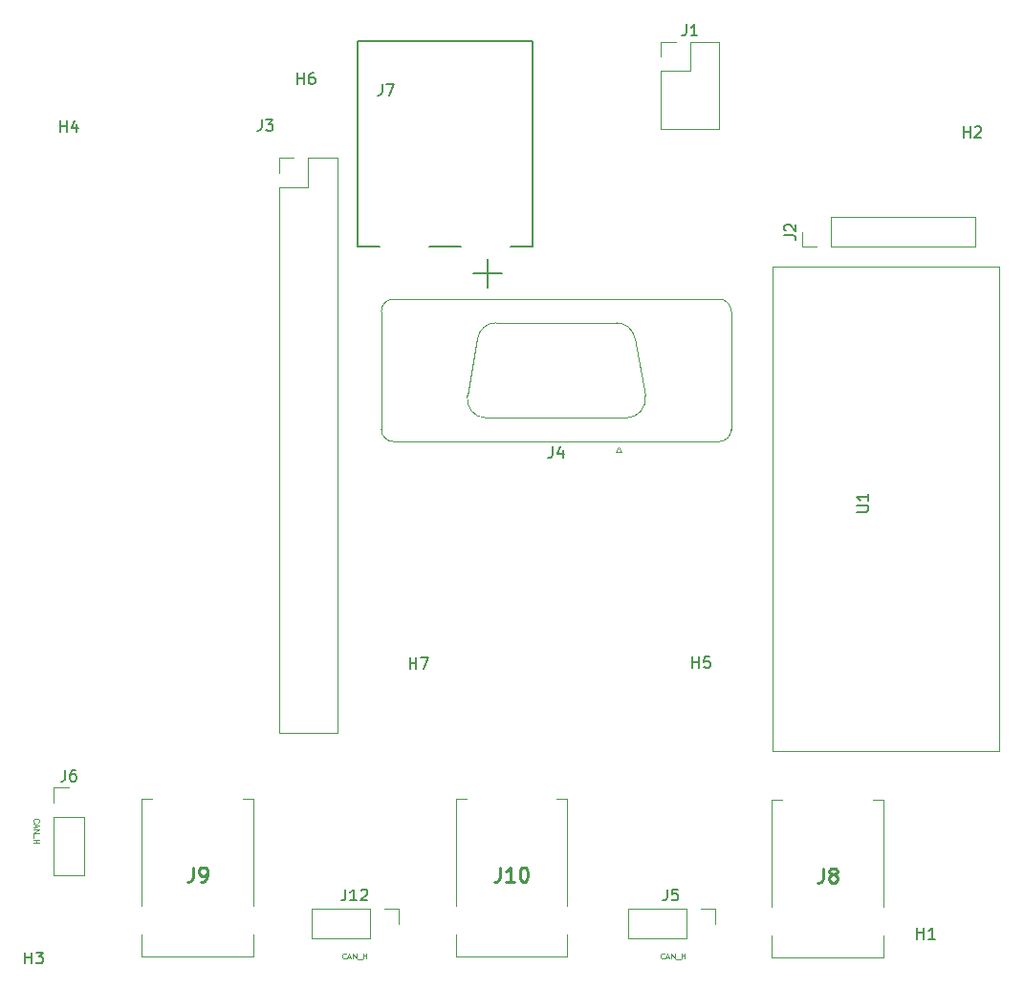
<source format=gbr>
%TF.GenerationSoftware,KiCad,Pcbnew,6.0.8-f2edbf62ab~116~ubuntu22.04.1*%
%TF.CreationDate,2022-11-23T03:00:06-05:00*%
%TF.ProjectId,MJBOTS-CubeSat,4d4a424f-5453-42d4-9375-62655361742e,rev?*%
%TF.SameCoordinates,Original*%
%TF.FileFunction,Legend,Top*%
%TF.FilePolarity,Positive*%
%FSLAX46Y46*%
G04 Gerber Fmt 4.6, Leading zero omitted, Abs format (unit mm)*
G04 Created by KiCad (PCBNEW 6.0.8-f2edbf62ab~116~ubuntu22.04.1) date 2022-11-23 03:00:06*
%MOMM*%
%LPD*%
G01*
G04 APERTURE LIST*
%ADD10C,0.125000*%
%ADD11C,0.150000*%
%ADD12C,0.254000*%
%ADD13C,0.120000*%
%ADD14C,0.100000*%
%ADD15C,0.127000*%
G04 APERTURE END LIST*
D10*
X151726190Y-126678571D02*
X151702380Y-126702380D01*
X151630952Y-126726190D01*
X151583333Y-126726190D01*
X151511904Y-126702380D01*
X151464285Y-126654761D01*
X151440476Y-126607142D01*
X151416666Y-126511904D01*
X151416666Y-126440476D01*
X151440476Y-126345238D01*
X151464285Y-126297619D01*
X151511904Y-126250000D01*
X151583333Y-126226190D01*
X151630952Y-126226190D01*
X151702380Y-126250000D01*
X151726190Y-126273809D01*
X151916666Y-126583333D02*
X152154761Y-126583333D01*
X151869047Y-126726190D02*
X152035714Y-126226190D01*
X152202380Y-126726190D01*
X152369047Y-126726190D02*
X152369047Y-126226190D01*
X152654761Y-126726190D01*
X152654761Y-126226190D01*
X152773809Y-126773809D02*
X153154761Y-126773809D01*
X153273809Y-126726190D02*
X153273809Y-126226190D01*
X153273809Y-126464285D02*
X153559523Y-126464285D01*
X153559523Y-126726190D02*
X153559523Y-126226190D01*
X123526190Y-126678571D02*
X123502380Y-126702380D01*
X123430952Y-126726190D01*
X123383333Y-126726190D01*
X123311904Y-126702380D01*
X123264285Y-126654761D01*
X123240476Y-126607142D01*
X123216666Y-126511904D01*
X123216666Y-126440476D01*
X123240476Y-126345238D01*
X123264285Y-126297619D01*
X123311904Y-126250000D01*
X123383333Y-126226190D01*
X123430952Y-126226190D01*
X123502380Y-126250000D01*
X123526190Y-126273809D01*
X123716666Y-126583333D02*
X123954761Y-126583333D01*
X123669047Y-126726190D02*
X123835714Y-126226190D01*
X124002380Y-126726190D01*
X124169047Y-126726190D02*
X124169047Y-126226190D01*
X124454761Y-126726190D01*
X124454761Y-126226190D01*
X124573809Y-126773809D02*
X124954761Y-126773809D01*
X125073809Y-126726190D02*
X125073809Y-126226190D01*
X125073809Y-126464285D02*
X125359523Y-126464285D01*
X125359523Y-126726190D02*
X125359523Y-126226190D01*
X95921428Y-114626190D02*
X95897619Y-114602380D01*
X95873809Y-114530952D01*
X95873809Y-114483333D01*
X95897619Y-114411904D01*
X95945238Y-114364285D01*
X95992857Y-114340476D01*
X96088095Y-114316666D01*
X96159523Y-114316666D01*
X96254761Y-114340476D01*
X96302380Y-114364285D01*
X96350000Y-114411904D01*
X96373809Y-114483333D01*
X96373809Y-114530952D01*
X96350000Y-114602380D01*
X96326190Y-114626190D01*
X96016666Y-114816666D02*
X96016666Y-115054761D01*
X95873809Y-114769047D02*
X96373809Y-114935714D01*
X95873809Y-115102380D01*
X95873809Y-115269047D02*
X96373809Y-115269047D01*
X95873809Y-115554761D01*
X96373809Y-115554761D01*
X95826190Y-115673809D02*
X95826190Y-116054761D01*
X95873809Y-116173809D02*
X96373809Y-116173809D01*
X96135714Y-116173809D02*
X96135714Y-116459523D01*
X95873809Y-116459523D02*
X96373809Y-116459523D01*
D11*
%TO.C,H7*%
X129188095Y-101052380D02*
X129188095Y-100052380D01*
X129188095Y-100528571D02*
X129759523Y-100528571D01*
X129759523Y-101052380D02*
X129759523Y-100052380D01*
X130140476Y-100052380D02*
X130807142Y-100052380D01*
X130378571Y-101052380D01*
%TO.C,H5*%
X154238095Y-100952380D02*
X154238095Y-99952380D01*
X154238095Y-100428571D02*
X154809523Y-100428571D01*
X154809523Y-100952380D02*
X154809523Y-99952380D01*
X155761904Y-99952380D02*
X155285714Y-99952380D01*
X155238095Y-100428571D01*
X155285714Y-100380952D01*
X155380952Y-100333333D01*
X155619047Y-100333333D01*
X155714285Y-100380952D01*
X155761904Y-100428571D01*
X155809523Y-100523809D01*
X155809523Y-100761904D01*
X155761904Y-100857142D01*
X155714285Y-100904761D01*
X155619047Y-100952380D01*
X155380952Y-100952380D01*
X155285714Y-100904761D01*
X155238095Y-100857142D01*
%TO.C,J4*%
X141826666Y-81342380D02*
X141826666Y-82056666D01*
X141779047Y-82199523D01*
X141683809Y-82294761D01*
X141540952Y-82342380D01*
X141445714Y-82342380D01*
X142731428Y-81675714D02*
X142731428Y-82342380D01*
X142493333Y-81294761D02*
X142255238Y-82009047D01*
X142874285Y-82009047D01*
D12*
%TO.C,J9*%
X109976666Y-118604523D02*
X109976666Y-119511666D01*
X109916190Y-119693095D01*
X109795238Y-119814047D01*
X109613809Y-119874523D01*
X109492857Y-119874523D01*
X110641904Y-119874523D02*
X110883809Y-119874523D01*
X111004761Y-119814047D01*
X111065238Y-119753571D01*
X111186190Y-119572142D01*
X111246666Y-119330238D01*
X111246666Y-118846428D01*
X111186190Y-118725476D01*
X111125714Y-118665000D01*
X111004761Y-118604523D01*
X110762857Y-118604523D01*
X110641904Y-118665000D01*
X110581428Y-118725476D01*
X110520952Y-118846428D01*
X110520952Y-119148809D01*
X110581428Y-119269761D01*
X110641904Y-119330238D01*
X110762857Y-119390714D01*
X111004761Y-119390714D01*
X111125714Y-119330238D01*
X111186190Y-119269761D01*
X111246666Y-119148809D01*
D11*
%TO.C,J1*%
X153661666Y-43922380D02*
X153661666Y-44636666D01*
X153614047Y-44779523D01*
X153518809Y-44874761D01*
X153375952Y-44922380D01*
X153280714Y-44922380D01*
X154661666Y-44922380D02*
X154090238Y-44922380D01*
X154375952Y-44922380D02*
X154375952Y-43922380D01*
X154280714Y-44065238D01*
X154185476Y-44160476D01*
X154090238Y-44208095D01*
%TO.C,J2*%
X162372380Y-62633333D02*
X163086666Y-62633333D01*
X163229523Y-62680952D01*
X163324761Y-62776190D01*
X163372380Y-62919047D01*
X163372380Y-63014285D01*
X162467619Y-62204761D02*
X162420000Y-62157142D01*
X162372380Y-62061904D01*
X162372380Y-61823809D01*
X162420000Y-61728571D01*
X162467619Y-61680952D01*
X162562857Y-61633333D01*
X162658095Y-61633333D01*
X162800952Y-61680952D01*
X163372380Y-62252380D01*
X163372380Y-61633333D01*
%TO.C,J7*%
X126737519Y-49214809D02*
X126737519Y-49929410D01*
X126689879Y-50072330D01*
X126594599Y-50167610D01*
X126451679Y-50215250D01*
X126356399Y-50215250D01*
X127118640Y-49214809D02*
X127785600Y-49214809D01*
X127356840Y-50215250D01*
%TO.C,U1*%
X168802380Y-87111904D02*
X169611904Y-87111904D01*
X169707142Y-87064285D01*
X169754761Y-87016666D01*
X169802380Y-86921428D01*
X169802380Y-86730952D01*
X169754761Y-86635714D01*
X169707142Y-86588095D01*
X169611904Y-86540476D01*
X168802380Y-86540476D01*
X169802380Y-85540476D02*
X169802380Y-86111904D01*
X169802380Y-85826190D02*
X168802380Y-85826190D01*
X168945238Y-85921428D01*
X169040476Y-86016666D01*
X169088095Y-86111904D01*
%TO.C,J6*%
X98666666Y-109997380D02*
X98666666Y-110711666D01*
X98619047Y-110854523D01*
X98523809Y-110949761D01*
X98380952Y-110997380D01*
X98285714Y-110997380D01*
X99571428Y-109997380D02*
X99380952Y-109997380D01*
X99285714Y-110045000D01*
X99238095Y-110092619D01*
X99142857Y-110235476D01*
X99095238Y-110425952D01*
X99095238Y-110806904D01*
X99142857Y-110902142D01*
X99190476Y-110949761D01*
X99285714Y-110997380D01*
X99476190Y-110997380D01*
X99571428Y-110949761D01*
X99619047Y-110902142D01*
X99666666Y-110806904D01*
X99666666Y-110568809D01*
X99619047Y-110473571D01*
X99571428Y-110425952D01*
X99476190Y-110378333D01*
X99285714Y-110378333D01*
X99190476Y-110425952D01*
X99142857Y-110473571D01*
X99095238Y-110568809D01*
%TO.C,J3*%
X116066666Y-52352380D02*
X116066666Y-53066666D01*
X116019047Y-53209523D01*
X115923809Y-53304761D01*
X115780952Y-53352380D01*
X115685714Y-53352380D01*
X116447619Y-52352380D02*
X117066666Y-52352380D01*
X116733333Y-52733333D01*
X116876190Y-52733333D01*
X116971428Y-52780952D01*
X117019047Y-52828571D01*
X117066666Y-52923809D01*
X117066666Y-53161904D01*
X117019047Y-53257142D01*
X116971428Y-53304761D01*
X116876190Y-53352380D01*
X116590476Y-53352380D01*
X116495238Y-53304761D01*
X116447619Y-53257142D01*
%TO.C,H2*%
X178238095Y-53952380D02*
X178238095Y-52952380D01*
X178238095Y-53428571D02*
X178809523Y-53428571D01*
X178809523Y-53952380D02*
X178809523Y-52952380D01*
X179238095Y-53047619D02*
X179285714Y-53000000D01*
X179380952Y-52952380D01*
X179619047Y-52952380D01*
X179714285Y-53000000D01*
X179761904Y-53047619D01*
X179809523Y-53142857D01*
X179809523Y-53238095D01*
X179761904Y-53380952D01*
X179190476Y-53952380D01*
X179809523Y-53952380D01*
%TO.C,H3*%
X95138095Y-127152380D02*
X95138095Y-126152380D01*
X95138095Y-126628571D02*
X95709523Y-126628571D01*
X95709523Y-127152380D02*
X95709523Y-126152380D01*
X96090476Y-126152380D02*
X96709523Y-126152380D01*
X96376190Y-126533333D01*
X96519047Y-126533333D01*
X96614285Y-126580952D01*
X96661904Y-126628571D01*
X96709523Y-126723809D01*
X96709523Y-126961904D01*
X96661904Y-127057142D01*
X96614285Y-127104761D01*
X96519047Y-127152380D01*
X96233333Y-127152380D01*
X96138095Y-127104761D01*
X96090476Y-127057142D01*
%TO.C,J12*%
X123490476Y-120552380D02*
X123490476Y-121266666D01*
X123442857Y-121409523D01*
X123347619Y-121504761D01*
X123204761Y-121552380D01*
X123109523Y-121552380D01*
X124490476Y-121552380D02*
X123919047Y-121552380D01*
X124204761Y-121552380D02*
X124204761Y-120552380D01*
X124109523Y-120695238D01*
X124014285Y-120790476D01*
X123919047Y-120838095D01*
X124871428Y-120647619D02*
X124919047Y-120600000D01*
X125014285Y-120552380D01*
X125252380Y-120552380D01*
X125347619Y-120600000D01*
X125395238Y-120647619D01*
X125442857Y-120742857D01*
X125442857Y-120838095D01*
X125395238Y-120980952D01*
X124823809Y-121552380D01*
X125442857Y-121552380D01*
D12*
%TO.C,J8*%
X165776666Y-118704523D02*
X165776666Y-119611666D01*
X165716190Y-119793095D01*
X165595238Y-119914047D01*
X165413809Y-119974523D01*
X165292857Y-119974523D01*
X166562857Y-119248809D02*
X166441904Y-119188333D01*
X166381428Y-119127857D01*
X166320952Y-119006904D01*
X166320952Y-118946428D01*
X166381428Y-118825476D01*
X166441904Y-118765000D01*
X166562857Y-118704523D01*
X166804761Y-118704523D01*
X166925714Y-118765000D01*
X166986190Y-118825476D01*
X167046666Y-118946428D01*
X167046666Y-119006904D01*
X166986190Y-119127857D01*
X166925714Y-119188333D01*
X166804761Y-119248809D01*
X166562857Y-119248809D01*
X166441904Y-119309285D01*
X166381428Y-119369761D01*
X166320952Y-119490714D01*
X166320952Y-119732619D01*
X166381428Y-119853571D01*
X166441904Y-119914047D01*
X166562857Y-119974523D01*
X166804761Y-119974523D01*
X166925714Y-119914047D01*
X166986190Y-119853571D01*
X167046666Y-119732619D01*
X167046666Y-119490714D01*
X166986190Y-119369761D01*
X166925714Y-119309285D01*
X166804761Y-119248809D01*
D11*
%TO.C,J5*%
X151966666Y-120552380D02*
X151966666Y-121266666D01*
X151919047Y-121409523D01*
X151823809Y-121504761D01*
X151680952Y-121552380D01*
X151585714Y-121552380D01*
X152919047Y-120552380D02*
X152442857Y-120552380D01*
X152395238Y-121028571D01*
X152442857Y-120980952D01*
X152538095Y-120933333D01*
X152776190Y-120933333D01*
X152871428Y-120980952D01*
X152919047Y-121028571D01*
X152966666Y-121123809D01*
X152966666Y-121361904D01*
X152919047Y-121457142D01*
X152871428Y-121504761D01*
X152776190Y-121552380D01*
X152538095Y-121552380D01*
X152442857Y-121504761D01*
X152395238Y-121457142D01*
%TO.C,H1*%
X174138095Y-124952380D02*
X174138095Y-123952380D01*
X174138095Y-124428571D02*
X174709523Y-124428571D01*
X174709523Y-124952380D02*
X174709523Y-123952380D01*
X175709523Y-124952380D02*
X175138095Y-124952380D01*
X175423809Y-124952380D02*
X175423809Y-123952380D01*
X175328571Y-124095238D01*
X175233333Y-124190476D01*
X175138095Y-124238095D01*
%TO.C,H4*%
X98238095Y-53452380D02*
X98238095Y-52452380D01*
X98238095Y-52928571D02*
X98809523Y-52928571D01*
X98809523Y-53452380D02*
X98809523Y-52452380D01*
X99714285Y-52785714D02*
X99714285Y-53452380D01*
X99476190Y-52404761D02*
X99238095Y-53119047D01*
X99857142Y-53119047D01*
D12*
%TO.C,J10*%
X137171904Y-118604523D02*
X137171904Y-119511666D01*
X137111428Y-119693095D01*
X136990476Y-119814047D01*
X136809047Y-119874523D01*
X136688095Y-119874523D01*
X138441904Y-119874523D02*
X137716190Y-119874523D01*
X138079047Y-119874523D02*
X138079047Y-118604523D01*
X137958095Y-118785952D01*
X137837142Y-118906904D01*
X137716190Y-118967380D01*
X139228095Y-118604523D02*
X139349047Y-118604523D01*
X139470000Y-118665000D01*
X139530476Y-118725476D01*
X139590952Y-118846428D01*
X139651428Y-119088333D01*
X139651428Y-119390714D01*
X139590952Y-119632619D01*
X139530476Y-119753571D01*
X139470000Y-119814047D01*
X139349047Y-119874523D01*
X139228095Y-119874523D01*
X139107142Y-119814047D01*
X139046666Y-119753571D01*
X138986190Y-119632619D01*
X138925714Y-119390714D01*
X138925714Y-119088333D01*
X138986190Y-118846428D01*
X139046666Y-118725476D01*
X139107142Y-118665000D01*
X139228095Y-118604523D01*
D11*
%TO.C,H6*%
X119238095Y-49202380D02*
X119238095Y-48202380D01*
X119238095Y-48678571D02*
X119809523Y-48678571D01*
X119809523Y-49202380D02*
X119809523Y-48202380D01*
X120714285Y-48202380D02*
X120523809Y-48202380D01*
X120428571Y-48250000D01*
X120380952Y-48297619D01*
X120285714Y-48440476D01*
X120238095Y-48630952D01*
X120238095Y-49011904D01*
X120285714Y-49107142D01*
X120333333Y-49154761D01*
X120428571Y-49202380D01*
X120619047Y-49202380D01*
X120714285Y-49154761D01*
X120761904Y-49107142D01*
X120809523Y-49011904D01*
X120809523Y-48773809D01*
X120761904Y-48678571D01*
X120714285Y-48630952D01*
X120619047Y-48583333D01*
X120428571Y-48583333D01*
X120333333Y-48630952D01*
X120285714Y-48678571D01*
X120238095Y-48773809D01*
D13*
%TO.C,J4*%
X147700000Y-81351325D02*
X147950000Y-81784338D01*
X127735000Y-68270000D02*
X156585000Y-68270000D01*
X147950000Y-81784338D02*
X147450000Y-81784338D01*
X134293530Y-76841744D02*
X135192798Y-71741744D01*
X147450000Y-81784338D02*
X147700000Y-81351325D01*
X157645000Y-69330000D02*
X157645000Y-79830000D01*
X147492421Y-70370000D02*
X136827579Y-70370000D01*
X148391689Y-78790000D02*
X135928311Y-78790000D01*
X126675000Y-79830000D02*
X126675000Y-69330000D01*
X150026470Y-76841744D02*
X149127202Y-71741744D01*
X156585000Y-80890000D02*
X127735000Y-80890000D01*
X149127202Y-71741744D02*
G75*
G03*
X147492421Y-70370000I-1634783J-288259D01*
G01*
X126675000Y-79830000D02*
G75*
G03*
X127735000Y-80890000I1060000J0D01*
G01*
X148391689Y-78790000D02*
G75*
G03*
X150026470Y-76841744I1J1659999D01*
G01*
X127735000Y-68270000D02*
G75*
G03*
X126675000Y-69330000I0J-1060000D01*
G01*
X134293519Y-76841742D02*
G75*
G03*
X135928311Y-78790000I1634781J-288258D01*
G01*
X156585000Y-80890000D02*
G75*
G03*
X157645000Y-79830000I-1J1060001D01*
G01*
X157645000Y-69330000D02*
G75*
G03*
X156585000Y-68270000I-1060001J-1D01*
G01*
X136827579Y-70369999D02*
G75*
G03*
X135192798Y-71741744I1J-1660001D01*
G01*
D14*
%TO.C,J9*%
X115350000Y-126487000D02*
X105450000Y-126487000D01*
X105450000Y-126487000D02*
X105450000Y-124537000D01*
X115350000Y-112538000D02*
X114400000Y-112538000D01*
X115350000Y-122037000D02*
X115350000Y-112538000D01*
X115350000Y-124537000D02*
X115350000Y-126487000D01*
X105450000Y-112538000D02*
X105450000Y-122037000D01*
X106400000Y-112538000D02*
X105450000Y-112538000D01*
D13*
%TO.C,J1*%
X151395000Y-46800000D02*
X151395000Y-45470000D01*
X153995000Y-45470000D02*
X156595000Y-45470000D01*
X151395000Y-48070000D02*
X151395000Y-53210000D01*
X151395000Y-45470000D02*
X152725000Y-45470000D01*
X153995000Y-48070000D02*
X153995000Y-45470000D01*
X156595000Y-45470000D02*
X156595000Y-53210000D01*
X151395000Y-48070000D02*
X153995000Y-48070000D01*
X151395000Y-53210000D02*
X156595000Y-53210000D01*
%TO.C,J2*%
X166520000Y-60970000D02*
X179280000Y-60970000D01*
X165250000Y-63630000D02*
X163920000Y-63630000D01*
X166520000Y-63630000D02*
X179280000Y-63630000D01*
X179280000Y-63630000D02*
X179280000Y-60970000D01*
X163920000Y-63630000D02*
X163920000Y-62300000D01*
X166520000Y-63630000D02*
X166520000Y-60970000D01*
D15*
%TO.C,J7*%
X136110000Y-65960000D02*
X136110000Y-67230000D01*
X140050000Y-63650000D02*
X138078000Y-63650000D01*
X140050000Y-63650000D02*
X140050000Y-45450000D01*
X124550000Y-45450000D02*
X124550000Y-63650000D01*
X140050000Y-45450000D02*
X124550000Y-45450000D01*
X137380000Y-65960000D02*
X136110000Y-65960000D01*
X130878000Y-63650000D02*
X133722000Y-63650000D01*
X124550000Y-63650000D02*
X126522000Y-63650000D01*
X134840000Y-65960000D02*
X136110000Y-65960000D01*
X136110000Y-65960000D02*
X136110000Y-64690000D01*
D13*
%TO.C,U1*%
X161350000Y-108350000D02*
X181350000Y-108350000D01*
X181350000Y-108350000D02*
X181350000Y-65350000D01*
X181350000Y-65350000D02*
X161350000Y-65350000D01*
X161350000Y-65350000D02*
X161350000Y-108350000D01*
%TO.C,J6*%
X100330000Y-114145000D02*
X100330000Y-119285000D01*
X97670000Y-114145000D02*
X100330000Y-114145000D01*
X97670000Y-111545000D02*
X99000000Y-111545000D01*
X97670000Y-119285000D02*
X100330000Y-119285000D01*
X97670000Y-112875000D02*
X97670000Y-111545000D01*
X97670000Y-114145000D02*
X97670000Y-119285000D01*
%TO.C,J3*%
X117595000Y-106665000D02*
X122795000Y-106665000D01*
X117595000Y-58345000D02*
X120195000Y-58345000D01*
X122795000Y-55745000D02*
X122795000Y-106665000D01*
X117595000Y-55745000D02*
X118925000Y-55745000D01*
X117595000Y-57075000D02*
X117595000Y-55745000D01*
X117595000Y-58345000D02*
X117595000Y-106665000D01*
X120195000Y-55745000D02*
X122795000Y-55745000D01*
X120195000Y-58345000D02*
X120195000Y-55745000D01*
%TO.C,J12*%
X128230000Y-122270000D02*
X128230000Y-123600000D01*
X125630000Y-122270000D02*
X120490000Y-122270000D01*
X125630000Y-124930000D02*
X120490000Y-124930000D01*
X125630000Y-122270000D02*
X125630000Y-124930000D01*
X126900000Y-122270000D02*
X128230000Y-122270000D01*
X120490000Y-122270000D02*
X120490000Y-124930000D01*
D14*
%TO.C,J8*%
X171150000Y-126587000D02*
X161250000Y-126587000D01*
X171150000Y-124637000D02*
X171150000Y-126587000D01*
X162200000Y-112638000D02*
X161250000Y-112638000D01*
X171150000Y-112638000D02*
X170200000Y-112638000D01*
X161250000Y-126587000D02*
X161250000Y-124637000D01*
X161250000Y-112638000D02*
X161250000Y-122137000D01*
X171150000Y-122137000D02*
X171150000Y-112638000D01*
D13*
%TO.C,J5*%
X148515000Y-122270000D02*
X148515000Y-124930000D01*
X154925000Y-122270000D02*
X156255000Y-122270000D01*
X153655000Y-122270000D02*
X153655000Y-124930000D01*
X153655000Y-122270000D02*
X148515000Y-122270000D01*
X156255000Y-122270000D02*
X156255000Y-123600000D01*
X153655000Y-124930000D02*
X148515000Y-124930000D01*
D14*
%TO.C,J10*%
X143150000Y-126487000D02*
X133250000Y-126487000D01*
X133250000Y-112538000D02*
X133250000Y-122037000D01*
X143150000Y-124537000D02*
X143150000Y-126487000D01*
X143150000Y-112538000D02*
X142200000Y-112538000D01*
X134200000Y-112538000D02*
X133250000Y-112538000D01*
X133250000Y-126487000D02*
X133250000Y-124537000D01*
X143150000Y-122037000D02*
X143150000Y-112538000D01*
%TD*%
M02*

</source>
